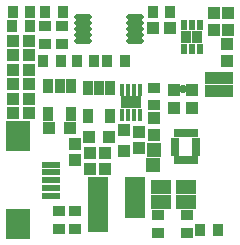
<source format=gbs>
G04*
G04 #@! TF.GenerationSoftware,Altium Limited,Altium Designer,18.0.11 (651)*
G04*
G04 Layer_Color=16711935*
%FSAX44Y44*%
%MOMM*%
G71*
G01*
G75*
%ADD12R,1.7032X1.1532*%
%ADD14C,0.7032*%
%ADD43R,0.5532X0.8532*%
%ADD44R,0.9232X1.0632*%
%ADD45R,1.6032X0.6032*%
%ADD46R,2.1032X2.5032*%
%ADD47O,1.5000X0.4500*%
%ADD48R,0.8532X1.3032*%
%ADD49R,0.9032X1.1032*%
%ADD50R,1.0032X1.1032*%
%ADD51R,1.1032X0.9032*%
%ADD52R,1.8032X1.0932*%
%ADD53R,0.4532X1.0032*%
%ADD54R,1.1032X1.0032*%
%ADD55R,1.1532X1.1532*%
%ADD56R,1.1232X1.0232*%
%ADD57R,1.0232X1.1232*%
%ADD58R,0.6032X0.8032*%
%ADD59R,0.8032X0.6032*%
%ADD60R,2.4032X1.0532*%
D12*
X00952750Y00755250D02*
D03*
Y00766750D02*
D03*
Y00743750D02*
D03*
Y00732250D02*
D03*
X00983500Y00766750D02*
D03*
Y00755250D02*
D03*
Y00743750D02*
D03*
X01006000Y00764500D02*
D03*
X01026750D02*
D03*
Y00752000D02*
D03*
X01006000Y00751750D02*
D03*
D14*
X01024750Y00847500D02*
D03*
D43*
X01038500Y00881050D02*
D03*
X01032000D02*
D03*
X01025500D02*
D03*
X01038500Y00901450D02*
D03*
X01032000D02*
D03*
X01025500D02*
D03*
D44*
X01036572Y00891250D02*
D03*
X01027428D02*
D03*
D45*
X00912368Y00783216D02*
D03*
Y00776612D02*
D03*
Y00770008D02*
D03*
Y00763404D02*
D03*
Y00756800D02*
D03*
D46*
X00884936Y00732670D02*
D03*
Y00807600D02*
D03*
D47*
X00983898Y00908144D02*
D03*
Y00903144D02*
D03*
Y00898144D02*
D03*
Y00893144D02*
D03*
Y00888144D02*
D03*
X00939898Y00908144D02*
D03*
Y00903144D02*
D03*
Y00898144D02*
D03*
Y00893144D02*
D03*
Y00888144D02*
D03*
D48*
X00944000Y00848250D02*
D03*
X00953500D02*
D03*
X00963000D02*
D03*
Y00824250D02*
D03*
X00944000D02*
D03*
X00910500Y00850000D02*
D03*
X00920000D02*
D03*
X00929500D02*
D03*
Y00826000D02*
D03*
X00910500D02*
D03*
D49*
X00880000Y00900250D02*
D03*
X00895000D02*
D03*
X00895250Y00912500D02*
D03*
X00880250D02*
D03*
X00907750Y00912250D02*
D03*
X00922750D02*
D03*
X01013750Y00912250D02*
D03*
X00998750D02*
D03*
X00960000Y00871250D02*
D03*
X00975000D02*
D03*
X00949500Y00871250D02*
D03*
X00934500D02*
D03*
X00921000D02*
D03*
X00906000D02*
D03*
X01039000Y00728000D02*
D03*
X01054000D02*
D03*
D50*
X00894500Y00875750D02*
D03*
X00880500D02*
D03*
X00894500Y00863500D02*
D03*
X00880500D02*
D03*
X00894500Y00888000D02*
D03*
X00880500D02*
D03*
X00894500Y00839000D02*
D03*
X00880500D02*
D03*
X00880500Y00851250D02*
D03*
X00894500D02*
D03*
Y00826750D02*
D03*
X00880500D02*
D03*
X00999250Y00899000D02*
D03*
X01013250D02*
D03*
X01032500Y00846500D02*
D03*
X01016500D02*
D03*
X01032500Y00831250D02*
D03*
X01016500D02*
D03*
D51*
X00921750Y00885500D02*
D03*
Y00900500D02*
D03*
X00907250Y00885500D02*
D03*
Y00900500D02*
D03*
X00999750Y00848500D02*
D03*
Y00833500D02*
D03*
X01027750Y00725500D02*
D03*
Y00740500D02*
D03*
X01003000Y00725750D02*
D03*
Y00740750D02*
D03*
X00919500Y00744000D02*
D03*
Y00729000D02*
D03*
X00932750Y00744000D02*
D03*
Y00729000D02*
D03*
D52*
X00980750Y00836000D02*
D03*
D53*
X00988250Y00825550D02*
D03*
X00983250D02*
D03*
X00978250D02*
D03*
X00973250D02*
D03*
X00988250Y00846450D02*
D03*
X00983250D02*
D03*
X00978250D02*
D03*
X00973250D02*
D03*
D54*
X01050500Y00911500D02*
D03*
Y00897500D02*
D03*
X01062750Y00911500D02*
D03*
Y00897500D02*
D03*
X01062000Y00885000D02*
D03*
Y00871000D02*
D03*
X00999750Y00822500D02*
D03*
Y00808500D02*
D03*
X00987500Y00811250D02*
D03*
Y00797250D02*
D03*
X00932750Y00786750D02*
D03*
Y00800750D02*
D03*
X00958250Y00793500D02*
D03*
Y00779500D02*
D03*
X00945500Y00779500D02*
D03*
Y00793500D02*
D03*
D55*
X00999500Y00783000D02*
D03*
X00999750Y00796000D02*
D03*
D56*
X00974750Y00812200D02*
D03*
Y00794800D02*
D03*
D57*
X00944800Y00806750D02*
D03*
X00962200D02*
D03*
X00911300Y00814000D02*
D03*
X00928700D02*
D03*
D58*
X01034250Y00786750D02*
D03*
X01029250D02*
D03*
X01024250D02*
D03*
X01019250D02*
D03*
Y00809750D02*
D03*
X01024250D02*
D03*
X01029250D02*
D03*
X01034250D02*
D03*
D59*
X01017750Y00793250D02*
D03*
Y00798250D02*
D03*
Y00803250D02*
D03*
X01035750D02*
D03*
Y00798250D02*
D03*
Y00793250D02*
D03*
D60*
X01055000Y00857000D02*
D03*
Y00845250D02*
D03*
M02*

</source>
